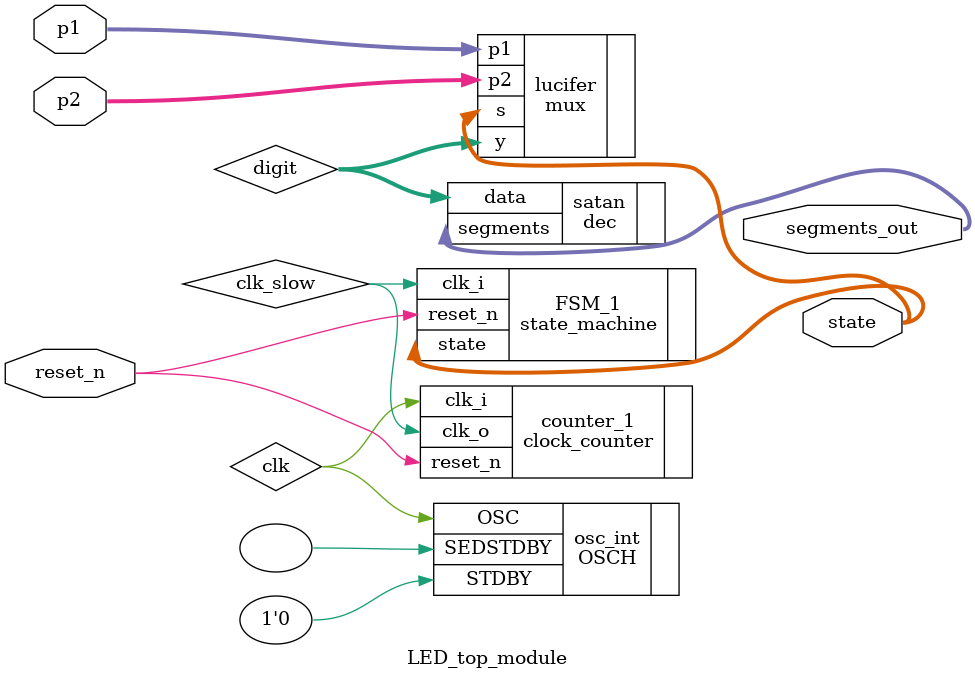
<source format=sv>
module LED_top_module( 
	/**************************/
	/* Set inputs and outputs */
	/* to the whole FPGA here */
	/**************************/
	input logic reset_n, //be sure to set this input to PullUp, or connect the pin to 3.3V
	input logic [2:0] p1,
	input logic [2:0] p2,
	
	output logic [2:0] state,
	output logic [6:0] segments_out
	);
		/*******************************/
		/* Set internal variables here */
		/*******************************/
		logic clk;		//used for the oscillator's 2.08 MHz clock
		logic clk_slow;	//used for slowed down, 5 Hz clock
		logic [3:0] bit0; 
		logic [3:0] bit1; 
		logic [3:0] bit2; 
		logic [3:0] bit3;
		logic [2:0] digit;
		
		
		/***********************/
		/* Define modules here */
		/***********************/
		//This is an instance of a special, built in module that accesses our chip's oscillator
		OSCH #("2.08") osc_int (	//"2.08" specifies the operating frequency, 2.08 MHz.
									//Other clock frequencies can be found in the MachX02's documentation
			.STDBY(1'b0),			//Specifies active state
			.OSC(clk),				//Outputs clock signal to 'clk' net
			.SEDSTDBY());			//Leaves SEDSTDBY pin unconnected
		
		
		//This module is instantiated from another file, 'Clock_Counter.sv'
		//It will take an input clock, slow it down based on parameters set inside of the module, and
		//output the new clock. Reset functionality is also built-in
		clock_counter counter_1(
			.clk_i(clk),
			.reset_n(reset_n),
			.clk_o(clk_slow));
			
		//This module is instantiated from another file, 'State_Machine.sv'
		//It contains a Moore state machine that will take a clock and reset, and output a state
		state_machine FSM_1(
			.clk_i(clk_slow),
			.reset_n(reset_n),
			.state(state));
			
		/************************************************/
		/* Add modules for:								*/
		/* Parser 		Determines the 1000's, 100's,   */
		/*				10's and 1's place of the number*/
		/* Multiplexer	Determines which parser output  */
		/*				to pass to the decoder			*/
		/* Decoder		Convert 4-bit binary to 7-seg   */
		/*				output for numbers 0-9			*/
		/************************************************/
					
		mux lucifer(
			.p1(p1),
			.p2(p2),
			.s(state),
			.y(digit));
		
		dec satan(
			.data(digit),
			.segments(segments_out));
			
endmodule

</source>
